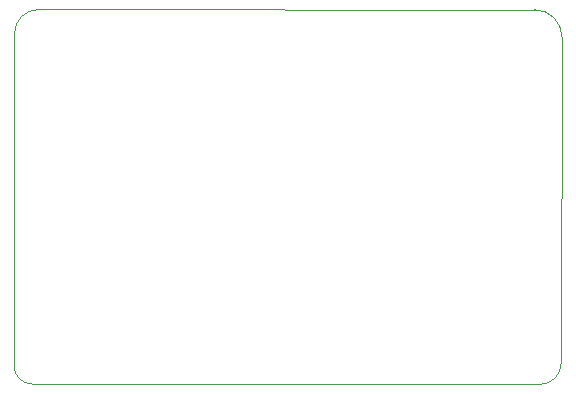
<source format=gm1>
%TF.GenerationSoftware,KiCad,Pcbnew,9.0.6*%
%TF.CreationDate,2025-12-29T02:05:30+05:30*%
%TF.ProjectId,DATA LOGGER,44415441-204c-44f4-9747-45522e6b6963,rev?*%
%TF.SameCoordinates,Original*%
%TF.FileFunction,Profile,NP*%
%FSLAX46Y46*%
G04 Gerber Fmt 4.6, Leading zero omitted, Abs format (unit mm)*
G04 Created by KiCad (PCBNEW 9.0.6) date 2025-12-29 02:05:30*
%MOMM*%
%LPD*%
G01*
G04 APERTURE LIST*
%TA.AperFunction,Profile*%
%ADD10C,0.050000*%
%TD*%
G04 APERTURE END LIST*
D10*
X97383000Y-89442000D02*
G75*
G02*
X95605000Y-91220000I-1778000J0D01*
G01*
X95135500Y-59497000D02*
G75*
G02*
X97441500Y-61803000I0J-2306000D01*
G01*
X52578000Y-91186000D02*
X95605000Y-91220000D01*
X53124500Y-59483000D02*
X95135500Y-59497000D01*
X51092500Y-61515000D02*
G75*
G02*
X53124500Y-59483000I2032000J0D01*
G01*
X51054000Y-89662000D02*
X51092500Y-61515000D01*
X52578000Y-91186000D02*
G75*
G02*
X51054000Y-89662000I0J1524000D01*
G01*
X97441500Y-61803000D02*
X97383000Y-89442000D01*
M02*

</source>
